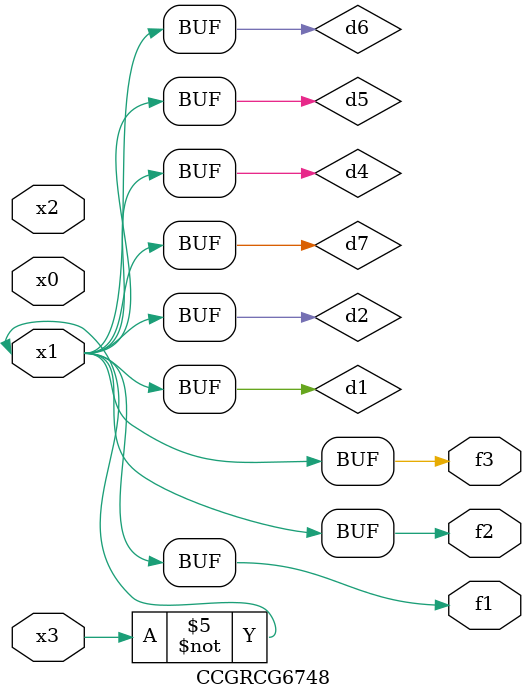
<source format=v>
module CCGRCG6748(
	input x0, x1, x2, x3,
	output f1, f2, f3
);

	wire d1, d2, d3, d4, d5, d6, d7;

	not (d1, x3);
	buf (d2, x1);
	xnor (d3, d1, d2);
	nor (d4, d1);
	buf (d5, d1, d2);
	buf (d6, d4, d5);
	nand (d7, d4);
	assign f1 = d6;
	assign f2 = d7;
	assign f3 = d6;
endmodule

</source>
